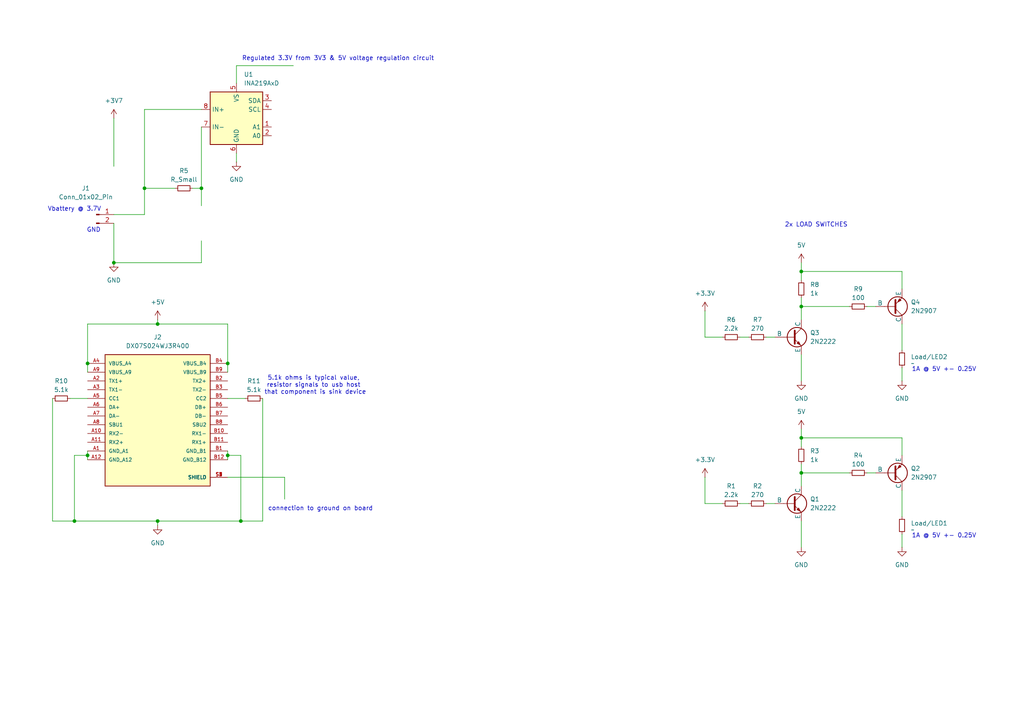
<source format=kicad_sch>
(kicad_sch (version 20250114) (generator "eeschema") (generator_version "9.0")
  (paper "A4")
  (lib_symbols
    (symbol "Connector:Conn_01x02_Pin" (pin_names (offset 1.016) (hide yes))
      (property "Reference" "J" (at 0 2.54 0))
      (property "Value" "Conn_01x02_Pin" (at 0 -5.08 0))
      (symbol "Conn_01x02_Pin_1_1"
        (rectangle (start 0.8636 0.127) (end 0 -0.127) (stroke (width 0.1524)) (fill (type outline)))
        (rectangle (start 0.8636 -2.413) (end 0 -2.667) (stroke (width 0.1524)) (fill (type outline)))
        (polyline (pts (xy 1.27 0) (xy 0.8636 0)) (stroke (width 0.1524)))
        (polyline (pts (xy 1.27 -2.54) (xy 0.8636 -2.54)) (stroke (width 0.1524)))
        (pin passive line (at 5.08 0 180) (length 3.81) (name "Pin_1") (number "1"))
        (pin passive line (at 5.08 -2.54 180) (length 3.81) (name "Pin_2") (number "2"))
      )
    )
    (symbol "DX07S024WJ3R400:DX07S024WJ3R400" (pin_names (offset 1.016))
      (property "Reference" "J" (at -15.24 21.082 0))
      (property "Value" "DX07S024WJ3R400" (at -15.24 -20.32 0))
      (symbol "DX07S024WJ3R400_0_0"
        (rectangle (start -15.24 -17.78) (end 15.24 20.32) (stroke (width 0.254)) (fill (type background)))
        (pin power_in line (at -20.32 17.78 0) (length 5.08) (name "VBUS_A4") (number "A4"))
        (pin power_in line (at -20.32 15.24 0) (length 5.08) (name "VBUS_A9") (number "A9"))
        (pin passive line (at -20.32 12.7 0) (length 5.08) (name "TX1+") (number "A2"))
        (pin passive line (at -20.32 10.16 0) (length 5.08) (name "TX1-") (number "A3"))
        (pin passive line (at -20.32 7.62 0) (length 5.08) (name "CC1") (number "A5"))
        (pin passive line (at -20.32 5.08 0) (length 5.08) (name "DA+") (number "A6"))
        (pin passive line (at -20.32 2.54 0) (length 5.08) (name "DA-") (number "A7"))
        (pin passive line (at -20.32 0 0) (length 5.08) (name "SBU1") (number "A8"))
        (pin passive line (at -20.32 -2.54 0) (length 5.08) (name "RX2-") (number "A10"))
        (pin passive line (at -20.32 -5.08 0) (length 5.08) (name "RX2+") (number "A11"))
        (pin power_in line (at -20.32 -7.62 0) (length 5.08) (name "GND_A1") (number "A1"))
        (pin power_in line (at -20.32 -10.16 0) (length 5.08) (name "GND_A12") (number "A12"))
        (pin power_in line (at 20.32 17.78 180) (length 5.08) (name "VBUS_B4") (number "B4"))
        (pin power_in line (at 20.32 15.24 180) (length 5.08) (name "VBUS_B9") (number "B9"))
        (pin passive line (at 20.32 12.7 180) (length 5.08) (name "TX2+") (number "B2"))
        (pin passive line (at 20.32 10.16 180) (length 5.08) (name "TX2-") (number "B3"))
        (pin passive line (at 20.32 7.62 180) (length 5.08) (name "CC2") (number "B5"))
        (pin passive line (at 20.32 5.08 180) (length 5.08) (name "DB+") (number "B6"))
        (pin passive line (at 20.32 2.54 180) (length 5.08) (name "DB-") (number "B7"))
        (pin passive line (at 20.32 0 180) (length 5.08) (name "SBU2") (number "B8"))
        (pin passive line (at 20.32 -2.54 180) (length 5.08) (name "RX1-") (number "B10"))
        (pin passive line (at 20.32 -5.08 180) (length 5.08) (name "RX1+") (number "B11"))
        (pin power_in line (at 20.32 -7.62 180) (length 5.08) (name "GND_B1") (number "B1"))
        (pin power_in line (at 20.32 -10.16 180) (length 5.08) (name "GND_B12") (number "B12"))
        (pin passive line (at 20.32 -15.24 180) (length 5.08) (name "SHIELD") (number "S1"))
        (pin passive line (at 20.32 -15.24 180) (length 5.08) (name "SHIELD") (number "S2"))
        (pin passive line (at 20.32 -15.24 180) (length 5.08) (name "SHIELD") (number "S3"))
        (pin passive line (at 20.32 -15.24 180) (length 5.08) (name "SHIELD") (number "S4"))
      )
    )
    (symbol "Device:R_Small" (pin_numbers (hide yes)) (pin_names (offset 0.254) (hide yes))
      (property "Reference" "R" (at 0.762 0.508 0))
      (property "Value" "R_Small" (at 0.762 -1.016 0))
      (symbol "R_Small_0_1"
        (rectangle (start -0.762 1.778) (end 0.762 -1.778) (stroke (width 0.2032)))
      )
      (symbol "R_Small_1_1"
        (pin passive line (at 0 2.54 270) (length 0.762) (name "~") (number "1"))
        (pin passive line (at 0 -2.54 90) (length 0.762) (name "~") (number "2"))
      )
    )
    (symbol "Sensor_Energy:INA219AxD"
      (property "Reference" "U" (at -6.35 8.89 0))
      (property "Value" "INA219AxD" (at 5.08 8.89 0))
      (symbol "INA219AxD_0_1"
        (rectangle (start -7.62 7.62) (end 7.62 -7.62) (stroke (width 0.254)) (fill (type background)))
      )
      (symbol "INA219AxD_1_1"
        (pin input line (at -10.16 2.54 0) (length 2.54) (name "IN+") (number "8"))
        (pin input line (at -10.16 -2.54 0) (length 2.54) (name "IN-") (number "7"))
        (pin power_in line (at 0 10.16 270) (length 2.54) (name "VS") (number "5"))
        (pin power_in line (at 0 -10.16 90) (length 2.54) (name "GND") (number "6"))
        (pin bidirectional line (at 10.16 5.08 180) (length 2.54) (name "SDA") (number "3"))
        (pin input line (at 10.16 2.54 180) (length 2.54) (name "SCL") (number "4"))
        (pin input line (at 10.16 -2.54 180) (length 2.54) (name "A1") (number "1"))
        (pin input line (at 10.16 -5.08 180) (length 2.54) (name "A0") (number "2"))
      )
    )
    (symbol "Simulation_SPICE:NPN" (pin_numbers (hide yes)) (pin_names (offset 0))
      (property "Reference" "Q" (at -2.54 7.62 0))
      (property "Value" "NPN" (at -2.54 5.08 0))
      (symbol "NPN_0_1"
        (polyline (pts (xy -2.54 0) (xy 0.635 0)) (stroke (width 0.1524)))
        (polyline (pts (xy 0.635 1.905) (xy 0.635 -1.905) (xy 0.635 -1.905)) (stroke (width 0.508)))
        (polyline (pts (xy 0.635 0.635) (xy 2.54 2.54)))
        (polyline (pts (xy 0.635 -0.635) (xy 2.54 -2.54) (xy 2.54 -2.54)))
        (circle (center 1.27 0) (radius 2.8194) (stroke (width 0.254)))
        (polyline (pts (xy 1.27 -1.778) (xy 1.778 -1.27) (xy 2.286 -2.286) (xy 1.27 -1.778) (xy 1.27 -1.778)) (fill (type outline)))
        (polyline (pts (xy 2.794 -1.27) (xy 2.794 -1.27)) (stroke (width 0.1524)))
        (polyline (pts (xy 2.794 -1.27) (xy 2.794 -1.27)) (stroke (width 0.1524)))
      )
      (symbol "NPN_1_1"
        (pin input line (at -5.08 0 0) (length 2.54) (name "B") (number "2"))
        (pin open_collector line (at 2.54 5.08 270) (length 2.54) (name "C") (number "1"))
        (pin open_emitter line (at 2.54 -5.08 90) (length 2.54) (name "E") (number "3"))
      )
    )
    (symbol "Simulation_SPICE:PNP" (pin_numbers (hide yes)) (pin_names (offset 0))
      (property "Reference" "Q" (at -2.54 7.62 0))
      (property "Value" "PNP" (at -2.54 5.08 0))
      (symbol "PNP_0_1"
        (polyline (pts (xy -2.54 0) (xy 0.635 0)) (stroke (width 0.1524)))
        (polyline (pts (xy 0.635 1.905) (xy 0.635 -1.905) (xy 0.635 -1.905)) (stroke (width 0.508)))
        (polyline (pts (xy 0.635 0.635) (xy 2.54 2.54)))
        (polyline (pts (xy 0.635 -0.635) (xy 2.54 -2.54) (xy 2.54 -2.54)))
        (circle (center 1.27 0) (radius 2.8194) (stroke (width 0.254)))
        (polyline (pts (xy 2.286 -1.778) (xy 1.778 -2.286) (xy 1.27 -1.27) (xy 2.286 -1.778) (xy 2.286 -1.778)) (fill (type outline)))
      )
      (symbol "PNP_1_1"
        (pin input line (at -5.08 0 0) (length 2.54) (name "B") (number "2"))
        (pin open_collector line (at 2.54 5.08 270) (length 2.54) (name "C") (number "1"))
        (pin open_emitter line (at 2.54 -5.08 90) (length 2.54) (name "E") (number "3"))
      )
    )
    (symbol "power:+3.3V" (power) (pin_numbers (hide yes)) (pin_names (offset 0) (hide yes))
      (property "Value" "+3.3V" (at 0 3.556 0))
      (symbol "+3.3V_0_1"
        (polyline (pts (xy -0.762 1.27) (xy 0 2.54)))
        (polyline (pts (xy 0 2.54) (xy 0.762 1.27)))
        (polyline (pts (xy 0 0) (xy 0 2.54)))
      )
      (symbol "+3.3V_1_1"
        (pin power_in line (at 0 0 90) (length 0) (name "~") (number "1"))
      )
    )
    (symbol "power:+5V" (power) (pin_numbers (hide yes)) (pin_names (offset 0) (hide yes))
      (property "Value" "+5V" (at 0 3.556 0))
      (symbol "+5V_0_1"
        (polyline (pts (xy -0.762 1.27) (xy 0 2.54)))
        (polyline (pts (xy 0 2.54) (xy 0.762 1.27)))
        (polyline (pts (xy 0 0) (xy 0 2.54)))
      )
      (symbol "+5V_1_1"
        (pin power_in line (at 0 0 90) (length 0) (name "~") (number "1"))
      )
    )
    (symbol "power:GND" (power) (pin_numbers (hide yes)) (pin_names (offset 0) (hide yes))
      (property "Value" "GND" (at 0 -3.81 0))
      (symbol "GND_0_1"
        (polyline (pts (xy 0 0) (xy 0 -1.27) (xy 1.27 -1.27) (xy 0 -2.54) (xy -1.27 -1.27) (xy 0 -1.27)))
      )
      (symbol "GND_1_1"
        (pin power_in line (at 0 0 270) (length 0) (name "~") (number "1"))
      )
    )
    (symbol "power:VCC" (power) (pin_numbers (hide yes)) (pin_names (offset 0) (hide yes))
      (property "Value" "VCC" (at 0 3.556 0))
      (symbol "VCC_0_1"
        (polyline (pts (xy -0.762 1.27) (xy 0 2.54)))
        (polyline (pts (xy 0 2.54) (xy 0.762 1.27)))
        (polyline (pts (xy 0 0) (xy 0 2.54)))
      )
      (symbol "VCC_1_1"
        (pin power_in line (at 0 0 90) (length 0) (name "~") (number "1"))
      )
    )
  )
  (text "1A @ 5V +- 0.25V" (at 273.812 155.448 0) (effects (font (size 1.27 1.27))))
  (text "GND" (at 27.178 66.802 0) (effects (font (size 1.27 1.27))))
  (text "connection to ground on board" (at 92.964 147.574 0) (effects (font (size 1.27 1.27))))
  (text "1A @ 5V +- 0.25V" (at 273.812 107.188 0) (effects (font (size 1.27 1.27))))
  (text "Regulated 3.3V from 3V3 & 5V voltage regulation circuit" (at 98.044 17.018 0) (effects (font (size 1.27 1.27))))
  (text "Vbattery @ 3.7V" (at 21.59 60.706 0) (effects (font (size 1.27 1.27))))
  (text "2x LOAD SWITCHES" (at 236.728 65.278 0) (effects (font (size 1.27 1.27))))
  (text "5.1k ohms is typical value, \nresistor signals to usb host \nthat component is sink device" (at 91.44 111.76 0) (effects (font (size 1.27 1.27))))
  (junction (at 232.41 78.74))
  (junction (at 232.41 127))
  (junction (at 25.4 105.41))
  (junction (at 41.91 54.61))
  (junction (at 232.41 137.16))
  (junction (at 66.04 132.08))
  (junction (at 232.41 88.9))
  (junction (at 25.4 132.08))
  (junction (at 58.42 54.61))
  (junction (at 21.59 151.13))
  (junction (at 66.04 105.41))
  (junction (at 45.72 93.98))
  (junction (at 33.02 76.2))
  (junction (at 45.72 151.13))
  (junction (at 69.85 151.13))
  (wire (pts (xy 261.62 127) (xy 261.62 132.08)))
  (wire (pts (xy 232.41 78.74) (xy 232.41 81.28)))
  (wire (pts (xy 232.41 137.16) (xy 246.38 137.16)))
  (wire (pts (xy 45.72 151.13) (xy 69.85 151.13)))
  (wire (pts (xy 25.4 105.41) (xy 25.4 107.95)))
  (wire (pts (xy 232.41 76.2) (xy 232.41 78.74)))
  (wire (pts (xy 232.41 78.74) (xy 261.62 78.74)))
  (wire (pts (xy 25.4 93.98) (xy 45.72 93.98)))
  (wire (pts (xy 69.85 132.08) (xy 66.04 132.08)))
  (wire (pts (xy 204.47 90.17) (xy 204.47 97.79)))
  (wire (pts (xy 204.47 138.43) (xy 204.47 146.05)))
  (wire (pts (xy 33.02 64.77) (xy 33.02 76.2)))
  (wire (pts (xy 58.42 54.61) (xy 55.88 54.61)))
  (wire (pts (xy 58.42 69.85) (xy 58.42 76.2)))
  (wire (pts (xy 66.04 132.08) (xy 66.04 133.35)))
  (wire (pts (xy 66.04 105.41) (xy 66.04 107.95)))
  (wire (pts (xy 76.2 115.57) (xy 76.2 151.13)))
  (wire (pts (xy 15.24 151.13) (xy 21.59 151.13)))
  (wire (pts (xy 232.41 137.16) (xy 232.41 140.97)))
  (wire (pts (xy 33.02 34.29) (xy 33.02 48.26)))
  (wire (pts (xy 41.91 54.61) (xy 41.91 62.23)))
  (wire (pts (xy 58.42 54.61) (xy 58.42 59.69)))
  (wire (pts (xy 222.25 97.79) (xy 224.79 97.79)))
  (wire (pts (xy 45.72 92.71) (xy 45.72 93.98)))
  (wire (pts (xy 45.72 93.98) (xy 66.04 93.98)))
  (wire (pts (xy 66.04 138.43) (xy 82.55 138.43)))
  (wire (pts (xy 232.41 86.36) (xy 232.41 88.9)))
  (wire (pts (xy 21.59 132.08) (xy 21.59 151.13)))
  (wire (pts (xy 20.32 115.57) (xy 25.4 115.57)))
  (wire (pts (xy 251.46 88.9) (xy 254 88.9)))
  (wire (pts (xy 66.04 93.98) (xy 66.04 105.41)))
  (wire (pts (xy 69.85 151.13) (xy 69.85 132.08)))
  (wire (pts (xy 214.63 97.79) (xy 217.17 97.79)))
  (wire (pts (xy 222.25 146.05) (xy 224.79 146.05)))
  (wire (pts (xy 261.62 78.74) (xy 261.62 83.82)))
  (wire (pts (xy 232.41 127) (xy 261.62 127)))
  (wire (pts (xy 209.55 146.05) (xy 204.47 146.05)))
  (wire (pts (xy 25.4 93.98) (xy 25.4 105.41)))
  (wire (pts (xy 15.24 115.57) (xy 15.24 151.13)))
  (wire (pts (xy 232.41 88.9) (xy 232.41 92.71)))
  (wire (pts (xy 66.04 115.57) (xy 71.12 115.57)))
  (wire (pts (xy 261.62 106.68) (xy 261.62 110.49)))
  (wire (pts (xy 25.4 132.08) (xy 25.4 133.35)))
  (wire (pts (xy 261.62 142.24) (xy 261.62 149.86)))
  (wire (pts (xy 261.62 93.98) (xy 261.62 101.6)))
  (wire (pts (xy 232.41 134.62) (xy 232.41 137.16)))
  (wire (pts (xy 66.04 130.81) (xy 66.04 132.08)))
  (wire (pts (xy 33.02 76.2) (xy 58.42 76.2)))
  (wire (pts (xy 251.46 137.16) (xy 254 137.16)))
  (wire (pts (xy 76.2 151.13) (xy 69.85 151.13)))
  (wire (pts (xy 21.59 151.13) (xy 45.72 151.13)))
  (wire (pts (xy 25.4 132.08) (xy 21.59 132.08)))
  (wire (pts (xy 261.62 154.94) (xy 261.62 158.75)))
  (wire (pts (xy 41.91 54.61) (xy 50.8 54.61)))
  (wire (pts (xy 25.4 130.81) (xy 25.4 132.08)))
  (wire (pts (xy 232.41 102.87) (xy 232.41 110.49)))
  (wire (pts (xy 68.58 24.13) (xy 68.58 19.05)))
  (wire (pts (xy 209.55 97.79) (xy 204.47 97.79)))
  (wire (pts (xy 232.41 124.46) (xy 232.41 127)))
  (wire (pts (xy 33.02 62.23) (xy 41.91 62.23)))
  (wire (pts (xy 232.41 151.13) (xy 232.41 158.75)))
  (wire (pts (xy 58.42 31.75) (xy 41.91 31.75)))
  (wire (pts (xy 214.63 146.05) (xy 217.17 146.05)))
  (wire (pts (xy 58.42 36.83) (xy 58.42 54.61)))
  (wire (pts (xy 68.58 19.05) (xy 85.09 19.05)))
  (wire (pts (xy 41.91 31.75) (xy 41.91 54.61)))
  (wire (pts (xy 232.41 127) (xy 232.41 129.54)))
  (wire (pts (xy 45.72 151.13) (xy 45.72 152.4)))
  (wire (pts (xy 82.55 138.43) (xy 82.55 144.78)))
  (wire (pts (xy 68.58 44.45) (xy 68.58 46.99)))
  (wire (pts (xy 232.41 88.9) (xy 246.38 88.9)))
  (symbol (lib_id "power:+5V") (at 45.72 92.71 0) (unit 1)
    (property "Reference" "#PWR012" (effects (hide yes)))
    (property "Value" "+5V" (at 45.72 87.63 0))
    (property "Description" "Power symbol creates a global label with name \"+5V\"" (effects (hide yes)))
  )
  (symbol (lib_id "Device:R_Small") (at 261.62 152.4 180) (unit 1)
    (property "Reference" "Load/LED1" (at 264.16 151.7649 0) (effects (justify right)))
    (property "Value" "~" (at 264.16 153.67 0) (effects (justify right)))
    (property "Description" "Resistor, small symbol" (effects (hide yes)))
  )
  (symbol (lib_id "Device:R_Small") (at 17.78 115.57 90) (unit 1)
    (property "Reference" "R10" (at 17.78 110.49 90))
    (property "Value" "5.1k" (at 17.78 113.03 90))
    (property "Description" "Resistor, small symbol" (effects (hide yes)))
  )
  (symbol (lib_id "Simulation_SPICE:NPN") (at 229.87 97.79 0) (unit 1)
    (property "Reference" "Q3" (at 234.95 96.5199 0) (effects (justify left)))
    (property "Value" "2N2222" (at 234.95 99.0599 0) (effects (justify left)))
    (property "Datasheet" "https://ngspice.sourceforge.io/docs/ngspice-html-manual/manual.xhtml#cha_BJTs" (effects (hide yes)))
    (property "Description" "Bipolar transistor symbol for simulation only, substrate tied to the emitter" (effects (hide yes)))
    (property "Sim.Device" "NPN" (effects (hide yes)))
    (property "Sim.Type" "GUMMELPOON" (effects (hide yes)))
    (property "Sim.Pins" "1=C 2=B 3=E" (effects (hide yes)))
  )
  (symbol (lib_id "power:GND") (at 261.62 110.49 0) (unit 1)
    (property "Reference" "#PWR011" (effects (hide yes)))
    (property "Value" "GND" (at 261.62 115.57 0))
    (property "Description" "Power symbol creates a global label with name \"GND\" , ground" (effects (hide yes)))
  )
  (symbol (lib_id "DX07S024WJ3R400:DX07S024WJ3R400") (at 45.72 123.19 0) (unit 1)
    (property "Reference" "J2" (at 45.72 97.79 0))
    (property "Value" "DX07S024WJ3R400" (at 45.72 100.33 0))
    (property "Footprint" "DX07S024WJ3R400:JAE_DX07S024WJ3R400" (effects (hide yes)))
    (property "MF" "JAE Electronics" (effects (hide yes)))
    (property "MAXIMUM_PACKAGE_HEIGHT" "10.2 mm" (effects (hide yes)))
    (property "Package" "None" (effects (hide yes)))
    (property "Price" "None" (effects (hide yes)))
    (property "Check_prices" "https://www.snapeda.com/parts/DX07S024WJ3R400/JAE+Electronics/view-part/?ref=eda" (effects (hide yes)))
    (property "STANDARD" "Manufacturer recommendations" (effects (hide yes)))
    (property "PARTREV" "3" (effects (hide yes)))
    (property "SnapEDA_Link" "https://www.snapeda.com/parts/DX07S024WJ3R400/JAE+Electronics/view-part/?ref=snap" (effects (hide yes)))
    (property "MP" "DX07S024WJ3R400" (effects (hide yes)))
    (property "Description_1" "USB-C (USB TYPE-C) USB 3.2 Gen 2 (USB 3.1 Gen 2, Superspeed + (USB 3.1)) Receptacle Connector 24 Position Surface Mount, Through Hole" (effects (hide yes)))
    (property "Availability" "In Stock" (effects (hide yes)))
    (property "MANUFACTURER" "JAE Electronics" (effects (hide yes)))
  )
  (symbol (lib_id "Connector:Conn_01x02_Pin") (at 27.94 62.23 0) (unit 1)
    (property "Reference" "J1" (at 24.892 54.61 0))
    (property "Value" "Conn_01x02_Pin" (at 24.892 57.15 0))
    (property "Description" "Generic connector, single row, 01x02, script generated" (effects (hide yes)))
  )
  (symbol (lib_id "Device:R_Small") (at 53.34 54.61 90) (unit 1)
    (property "Reference" "R5" (at 53.34 49.53 90))
    (property "Value" "R_Small" (at 53.34 52.07 90))
    (property "Description" "Resistor, small symbol" (effects (hide yes)))
  )
  (symbol (lib_id "Device:R_Small") (at 219.71 97.79 90) (unit 1)
    (property "Reference" "R7" (at 219.71 92.71 90))
    (property "Value" "270" (at 219.71 95.25 90))
    (property "Description" "Resistor, small symbol" (effects (hide yes)))
  )
  (symbol (lib_id "Simulation_SPICE:PNP") (at 259.08 137.16 0) (mirror x) (unit 1)
    (property "Reference" "Q2" (at 264.16 135.8899 0) (effects (justify left)))
    (property "Value" "2N2907" (at 264.16 138.4299 0) (effects (justify left)))
    (property "Datasheet" "https://ngspice.sourceforge.io/docs/ngspice-html-manual/manual.xhtml#cha_BJTs" (effects (hide yes)))
    (property "Description" "Bipolar transistor symbol for simulation only, substrate tied to the emitter" (effects (hide yes)))
    (property "Sim.Device" "PNP" (effects (hide yes)))
    (property "Sim.Type" "GUMMELPOON" (effects (hide yes)))
    (property "Sim.Pins" "1=C 2=B 3=E" (effects (hide yes)))
  )
  (symbol (lib_id "power:VCC") (at 232.41 124.46 0) (unit 1)
    (property "Reference" "#PWR02" (effects (hide yes)))
    (property "Value" "5V" (at 232.41 119.38 0))
    (property "Description" "Power symbol creates a global label with name \"VCC\"" (effects (hide yes)))
  )
  (symbol (lib_id "Device:R_Small") (at 212.09 146.05 90) (unit 1)
    (property "Reference" "R1" (at 212.09 140.97 90))
    (property "Value" "2.2k" (at 212.09 143.51 90))
    (property "Description" "Resistor, small symbol" (effects (hide yes)))
  )
  (symbol (lib_id "power:GND") (at 232.41 158.75 0) (unit 1)
    (property "Reference" "#PWR03" (effects (hide yes)))
    (property "Value" "GND" (at 232.41 163.83 0))
    (property "Description" "Power symbol creates a global label with name \"GND\" , ground" (effects (hide yes)))
  )
  (symbol (lib_id "power:GND") (at 232.41 110.49 0) (unit 1)
    (property "Reference" "#PWR010" (effects (hide yes)))
    (property "Value" "GND" (at 232.41 115.57 0))
    (property "Description" "Power symbol creates a global label with name \"GND\" , ground" (effects (hide yes)))
  )
  (symbol (lib_id "Device:R_Small") (at 73.66 115.57 90) (unit 1)
    (property "Reference" "R11" (at 73.66 110.49 90))
    (property "Value" "5.1k" (at 73.66 113.03 90))
    (property "Description" "Resistor, small symbol" (effects (hide yes)))
  )
  (symbol (lib_id "power:+3.3V") (at 204.47 90.17 0) (unit 1)
    (property "Reference" "#PWR08" (effects (hide yes)))
    (property "Value" "+3.3V" (at 204.47 85.09 0))
    (property "Description" "Power symbol creates a global label with name \"+3.3V\"" (effects (hide yes)))
  )
  (symbol (lib_id "Device:R_Small") (at 219.71 146.05 90) (unit 1)
    (property "Reference" "R2" (at 219.71 140.97 90))
    (property "Value" "270" (at 219.71 143.51 90))
    (property "Description" "Resistor, small symbol" (effects (hide yes)))
  )
  (symbol (lib_id "Device:R_Small") (at 261.62 104.14 180) (unit 1)
    (property "Reference" "Load/LED2" (at 264.16 103.5049 0) (effects (justify right)))
    (property "Value" "~" (at 264.16 105.41 0) (effects (justify right)))
    (property "Description" "Resistor, small symbol" (effects (hide yes)))
  )
  (symbol (lib_id "Simulation_SPICE:NPN") (at 229.87 146.05 0) (unit 1)
    (property "Reference" "Q1" (at 234.95 144.7799 0) (effects (justify left)))
    (property "Value" "2N2222" (at 234.95 147.3199 0) (effects (justify left)))
    (property "Datasheet" "https://ngspice.sourceforge.io/docs/ngspice-html-manual/manual.xhtml#cha_BJTs" (effects (hide yes)))
    (property "Description" "Bipolar transistor symbol for simulation only, substrate tied to the emitter" (effects (hide yes)))
    (property "Sim.Device" "NPN" (effects (hide yes)))
    (property "Sim.Type" "GUMMELPOON" (effects (hide yes)))
    (property "Sim.Pins" "1=C 2=B 3=E" (effects (hide yes)))
  )
  (symbol (lib_id "power:GND") (at 45.72 152.4 0) (unit 1)
    (property "Reference" "#PWR013" (effects (hide yes)))
    (property "Value" "GND" (at 45.72 157.48 0))
    (property "Description" "Power symbol creates a global label with name \"GND\" , ground" (effects (hide yes)))
  )
  (symbol (lib_id "power:VCC") (at 33.02 34.29 0) (unit 1)
    (property "Reference" "#PWR01" (effects (hide yes)))
    (property "Value" "+3V7" (at 33.02 29.21 0))
    (property "Description" "Power symbol creates a global label with name \"VCC\"" (effects (hide yes)))
  )
  (symbol (lib_id "Device:R_Small") (at 232.41 83.82 0) (unit 1)
    (property "Reference" "R8" (at 234.95 82.5499 0) (effects (justify left)))
    (property "Value" "1k" (at 234.95 85.0899 0) (effects (justify left)))
    (property "Description" "Resistor, small symbol" (effects (hide yes)))
  )
  (symbol (lib_id "power:GND") (at 33.02 76.2 0) (unit 1)
    (property "Reference" "#PWR05" (effects (hide yes)))
    (property "Value" "GND" (at 33.02 81.28 0))
    (property "Description" "Power symbol creates a global label with name \"GND\" , ground" (effects (hide yes)))
  )
  (symbol (lib_id "Simulation_SPICE:PNP") (at 259.08 88.9 0) (mirror x) (unit 1)
    (property "Reference" "Q4" (at 264.16 87.6299 0) (effects (justify left)))
    (property "Value" "2N2907" (at 264.16 90.1699 0) (effects (justify left)))
    (property "Datasheet" "https://ngspice.sourceforge.io/docs/ngspice-html-manual/manual.xhtml#cha_BJTs" (effects (hide yes)))
    (property "Description" "Bipolar transistor symbol for simulation only, substrate tied to the emitter" (effects (hide yes)))
    (property "Sim.Device" "PNP" (effects (hide yes)))
    (property "Sim.Type" "GUMMELPOON" (effects (hide yes)))
    (property "Sim.Pins" "1=C 2=B 3=E" (effects (hide yes)))
  )
  (symbol (lib_id "power:GND") (at 68.58 46.99 0) (unit 1)
    (property "Reference" "#PWR06" (effects (hide yes)))
    (property "Value" "GND" (at 68.58 52.07 0))
    (property "Description" "Power symbol creates a global label with name \"GND\" , ground" (effects (hide yes)))
  )
  (symbol (lib_id "power:VCC") (at 232.41 76.2 0) (unit 1)
    (property "Reference" "#PWR09" (effects (hide yes)))
    (property "Value" "5V" (at 232.41 71.12 0))
    (property "Description" "Power symbol creates a global label with name \"VCC\"" (effects (hide yes)))
  )
  (symbol (lib_id "Sensor_Energy:INA219AxD") (at 68.58 34.29 0) (unit 1)
    (property "Reference" "U1" (at 70.7233 21.59 0) (effects (justify left)))
    (property "Value" "INA219AxD" (at 70.7233 24.13 0) (effects (justify left)))
    (property "Footprint" "Package_SO:SOIC-8_3.9x4.9mm_P1.27mm" (effects (hide yes)))
    (property "Datasheet" "http://www.ti.com/lit/ds/symlink/ina219.pdf" (effects (hide yes)))
    (property "Description" "Zero-Drift, Bidirectional Current/Power Monitor (0-26V) With I2C Interface, SOIC-8" (effects (hide yes)))
  )
  (symbol (lib_id "Device:R_Small") (at 212.09 97.79 90) (unit 1)
    (property "Reference" "R6" (at 212.09 92.71 90))
    (property "Value" "2.2k" (at 212.09 95.25 90))
    (property "Description" "Resistor, small symbol" (effects (hide yes)))
  )
  (symbol (lib_id "Device:R_Small") (at 248.92 137.16 90) (unit 1)
    (property "Reference" "R4" (at 248.92 132.08 90))
    (property "Value" "100" (at 248.92 134.62 90))
    (property "Description" "Resistor, small symbol" (effects (hide yes)))
  )
  (symbol (lib_id "Device:R_Small") (at 248.92 88.9 90) (unit 1)
    (property "Reference" "R9" (at 248.92 83.82 90))
    (property "Value" "100" (at 248.92 86.36 90))
    (property "Description" "Resistor, small symbol" (effects (hide yes)))
  )
  (symbol (lib_id "Device:R_Small") (at 232.41 132.08 0) (unit 1)
    (property "Reference" "R3" (at 234.95 130.8099 0) (effects (justify left)))
    (property "Value" "1k" (at 234.95 133.3499 0) (effects (justify left)))
    (property "Description" "Resistor, small symbol" (effects (hide yes)))
  )
  (symbol (lib_id "power:GND") (at 261.62 158.75 0) (unit 1)
    (property "Reference" "#PWR04" (effects (hide yes)))
    (property "Value" "GND" (at 261.62 163.83 0))
    (property "Description" "Power symbol creates a global label with name \"GND\" , ground" (effects (hide yes)))
  )
  (symbol (lib_id "power:+3.3V") (at 204.47 138.43 0) (unit 1)
    (property "Reference" "#PWR07" (effects (hide yes)))
    (property "Value" "+3.3V" (at 204.47 133.35 0))
    (property "Description" "Power symbol creates a global label with name \"+3.3V\"" (effects (hide yes)))
  )
)
</source>
